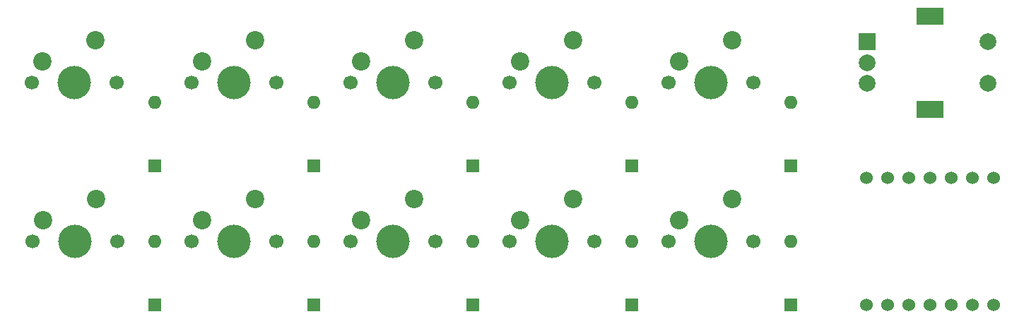
<source format=gbs>
G04 #@! TF.GenerationSoftware,KiCad,Pcbnew,9.0.1*
G04 #@! TF.CreationDate,2025-06-11T13:57:41-04:00*
G04 #@! TF.ProjectId,hackpad,6861636b-7061-4642-9e6b-696361645f70,rev?*
G04 #@! TF.SameCoordinates,Original*
G04 #@! TF.FileFunction,Soldermask,Bot*
G04 #@! TF.FilePolarity,Negative*
%FSLAX46Y46*%
G04 Gerber Fmt 4.6, Leading zero omitted, Abs format (unit mm)*
G04 Created by KiCad (PCBNEW 9.0.1) date 2025-06-11 13:57:41*
%MOMM*%
%LPD*%
G01*
G04 APERTURE LIST*
%ADD10O,1.600000X1.600000*%
%ADD11R,1.600000X1.600000*%
%ADD12C,2.200000*%
%ADD13C,1.700000*%
%ADD14C,4.000000*%
%ADD15C,1.524000*%
%ADD16R,2.000000X2.000000*%
%ADD17C,2.000000*%
%ADD18R,3.200000X2.000000*%
G04 APERTURE END LIST*
D10*
G04 #@! TO.C,D5*
X200025000Y-69056250D03*
D11*
X200025000Y-76676250D03*
G04 #@! TD*
D12*
G04 #@! TO.C,SW1*
X110331250Y-64135000D03*
X116681250Y-61595000D03*
D13*
X119221250Y-66675000D03*
D14*
X114141250Y-66675000D03*
D13*
X109061250Y-66675000D03*
G04 #@! TD*
D12*
G04 #@! TO.C,SW3*
X148590000Y-64135000D03*
X154940000Y-61595000D03*
D13*
X157480000Y-66675000D03*
D14*
X152400000Y-66675000D03*
D13*
X147320000Y-66675000D03*
G04 #@! TD*
D12*
G04 #@! TO.C,SW2*
X129540000Y-64135000D03*
X135890000Y-61595000D03*
D13*
X138430000Y-66675000D03*
D14*
X133350000Y-66675000D03*
D13*
X128270000Y-66675000D03*
G04 #@! TD*
D12*
G04 #@! TO.C,SW5*
X186690000Y-64135000D03*
X193040000Y-61595000D03*
D13*
X195580000Y-66675000D03*
D14*
X190500000Y-66675000D03*
D13*
X185420000Y-66675000D03*
G04 #@! TD*
D12*
G04 #@! TO.C,SW4*
X167640000Y-64135000D03*
X173990000Y-61595000D03*
D13*
X176530000Y-66675000D03*
D14*
X171450000Y-66675000D03*
D13*
X166370000Y-66675000D03*
G04 #@! TD*
D12*
G04 #@! TO.C,SW10*
X186690000Y-83185000D03*
X193040000Y-80645000D03*
D13*
X195580000Y-85725000D03*
D14*
X190500000Y-85725000D03*
D13*
X185420000Y-85725000D03*
G04 #@! TD*
D10*
G04 #@! TO.C,D1*
X123825000Y-69056250D03*
D11*
X123825000Y-76676250D03*
G04 #@! TD*
D15*
G04 #@! TO.C,U1*
X224313750Y-78105000D03*
X221773750Y-78105000D03*
X219233750Y-78105000D03*
X216693750Y-78105000D03*
X214153750Y-78105000D03*
X211613750Y-78105000D03*
X209073750Y-78105000D03*
X209073750Y-93345000D03*
X211613750Y-93345000D03*
X214153750Y-93345000D03*
X216693750Y-93345000D03*
X219233750Y-93345000D03*
X221773750Y-93345000D03*
X224313750Y-93345000D03*
G04 #@! TD*
D16*
G04 #@! TO.C,SW11*
X209193750Y-61793750D03*
D17*
X209193750Y-64293750D03*
X209193750Y-66793750D03*
D18*
X216693750Y-58693750D03*
X216693750Y-69893750D03*
D17*
X223693750Y-61793750D03*
X223693750Y-66793750D03*
G04 #@! TD*
D13*
G04 #@! TO.C,SW9*
X166370000Y-85725000D03*
D14*
X171450000Y-85725000D03*
D13*
X176530000Y-85725000D03*
D12*
X173990000Y-80645000D03*
X167640000Y-83185000D03*
G04 #@! TD*
D13*
G04 #@! TO.C,SW8*
X147320000Y-85725000D03*
D14*
X152400000Y-85725000D03*
D13*
X157480000Y-85725000D03*
D12*
X154940000Y-80645000D03*
X148590000Y-83185000D03*
G04 #@! TD*
D13*
G04 #@! TO.C,SW7*
X128270000Y-85725000D03*
D14*
X133350000Y-85725000D03*
D13*
X138430000Y-85725000D03*
D12*
X135890000Y-80645000D03*
X129540000Y-83185000D03*
G04 #@! TD*
D13*
G04 #@! TO.C,SW6*
X109220000Y-85725000D03*
D14*
X114300000Y-85725000D03*
D13*
X119380000Y-85725000D03*
D12*
X116840000Y-80645000D03*
X110490000Y-83185000D03*
G04 #@! TD*
D11*
G04 #@! TO.C,D10*
X200025000Y-93345000D03*
D10*
X200025000Y-85725000D03*
G04 #@! TD*
D11*
G04 #@! TO.C,D9*
X180975000Y-93345000D03*
D10*
X180975000Y-85725000D03*
G04 #@! TD*
D11*
G04 #@! TO.C,D8*
X161925000Y-93345000D03*
D10*
X161925000Y-85725000D03*
G04 #@! TD*
D11*
G04 #@! TO.C,D7*
X142875000Y-93345000D03*
D10*
X142875000Y-85725000D03*
G04 #@! TD*
D11*
G04 #@! TO.C,D6*
X123825000Y-93345000D03*
D10*
X123825000Y-85725000D03*
G04 #@! TD*
D11*
G04 #@! TO.C,D4*
X180975000Y-76676250D03*
D10*
X180975000Y-69056250D03*
G04 #@! TD*
D11*
G04 #@! TO.C,D3*
X161925000Y-76676250D03*
D10*
X161925000Y-69056250D03*
G04 #@! TD*
D11*
G04 #@! TO.C,D2*
X142875000Y-76676250D03*
D10*
X142875000Y-69056250D03*
G04 #@! TD*
M02*

</source>
